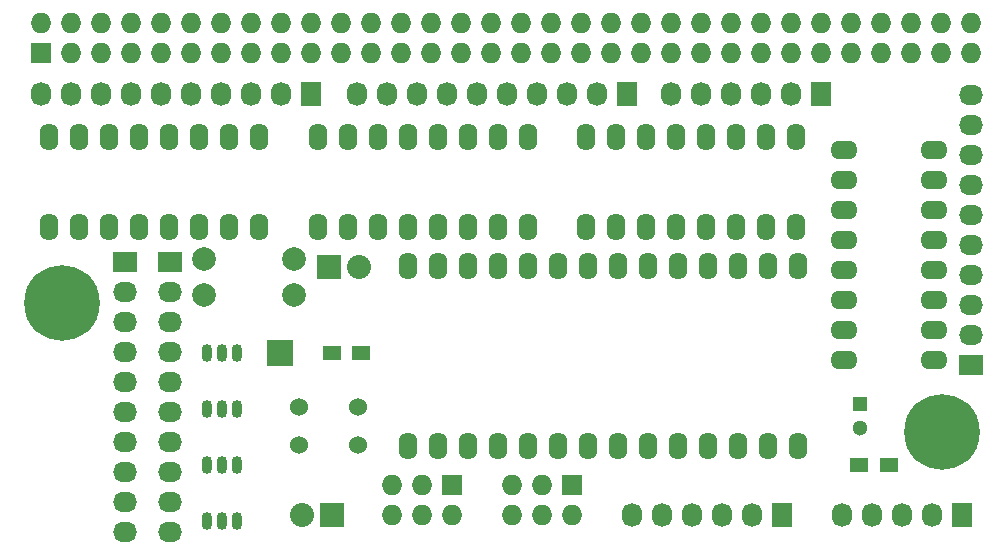
<source format=gts>
G04 #@! TF.FileFunction,Soldermask,Top*
%FSLAX46Y46*%
G04 Gerber Fmt 4.6, Leading zero omitted, Abs format (unit mm)*
G04 Created by KiCad (PCBNEW 4.0.4-stable) date 12/11/16 18:51:07*
%MOMM*%
%LPD*%
G01*
G04 APERTURE LIST*
%ADD10C,0.100000*%
%ADD11O,1.600000X2.300000*%
%ADD12R,1.727200X1.727200*%
%ADD13O,1.727200X1.727200*%
%ADD14R,2.032000X2.032000*%
%ADD15O,2.032000X2.032000*%
%ADD16R,1.727200X2.032000*%
%ADD17O,1.727200X2.032000*%
%ADD18R,2.235200X2.235200*%
%ADD19O,0.899160X1.501140*%
%ADD20R,2.032000X1.727200*%
%ADD21O,2.032000X1.727200*%
%ADD22O,2.300000X1.600000*%
%ADD23R,1.300000X1.300000*%
%ADD24C,1.300000*%
%ADD25C,1.524000*%
%ADD26C,1.998980*%
%ADD27C,6.400000*%
%ADD28R,1.500000X1.250000*%
G04 APERTURE END LIST*
D10*
D11*
X210700000Y-134900000D03*
X213240000Y-134900000D03*
X215780000Y-134900000D03*
X218320000Y-134900000D03*
X220860000Y-134900000D03*
X223400000Y-134900000D03*
X225940000Y-134900000D03*
X228480000Y-134900000D03*
X231020000Y-134900000D03*
X233560000Y-134900000D03*
X236100000Y-134900000D03*
X238640000Y-134900000D03*
X241180000Y-134900000D03*
X243720000Y-134900000D03*
X243720000Y-119660000D03*
X241180000Y-119660000D03*
X238640000Y-119660000D03*
X236100000Y-119660000D03*
X233560000Y-119660000D03*
X231020000Y-119660000D03*
X228480000Y-119660000D03*
X225940000Y-119660000D03*
X223400000Y-119660000D03*
X220860000Y-119660000D03*
X218320000Y-119660000D03*
X215780000Y-119660000D03*
X213240000Y-119660000D03*
X210700000Y-119660000D03*
D12*
X179600000Y-101600000D03*
D13*
X179600000Y-99060000D03*
X182140000Y-101600000D03*
X182140000Y-99060000D03*
X184680000Y-101600000D03*
X184680000Y-99060000D03*
X187220000Y-101600000D03*
X187220000Y-99060000D03*
X189760000Y-101600000D03*
X189760000Y-99060000D03*
X192300000Y-101600000D03*
X192300000Y-99060000D03*
X194840000Y-101600000D03*
X194840000Y-99060000D03*
X197380000Y-101600000D03*
X197380000Y-99060000D03*
X199920000Y-101600000D03*
X199920000Y-99060000D03*
X202460000Y-101600000D03*
X202460000Y-99060000D03*
X205000000Y-101600000D03*
X205000000Y-99060000D03*
X207540000Y-101600000D03*
X207540000Y-99060000D03*
X210080000Y-101600000D03*
X210080000Y-99060000D03*
X212620000Y-101600000D03*
X212620000Y-99060000D03*
X215160000Y-101600000D03*
X215160000Y-99060000D03*
X217700000Y-101600000D03*
X217700000Y-99060000D03*
X220240000Y-101600000D03*
X220240000Y-99060000D03*
X222780000Y-101600000D03*
X222780000Y-99060000D03*
X225320000Y-101600000D03*
X225320000Y-99060000D03*
X227860000Y-101600000D03*
X227860000Y-99060000D03*
X230400000Y-101600000D03*
X230400000Y-99060000D03*
X232940000Y-101600000D03*
X232940000Y-99060000D03*
X235480000Y-101600000D03*
X235480000Y-99060000D03*
X238020000Y-101600000D03*
X238020000Y-99060000D03*
X240560000Y-101600000D03*
X240560000Y-99060000D03*
X243100000Y-101600000D03*
X243100000Y-99060000D03*
X245640000Y-101600000D03*
X245640000Y-99060000D03*
X248180000Y-101600000D03*
X248180000Y-99060000D03*
X250720000Y-101600000D03*
X250720000Y-99060000D03*
X253260000Y-101600000D03*
X253260000Y-99060000D03*
X255800000Y-101600000D03*
X255800000Y-99060000D03*
X258340000Y-101600000D03*
X258340000Y-99060000D03*
D14*
X204216000Y-140716000D03*
D15*
X201676000Y-140716000D03*
D16*
X242316000Y-140716000D03*
D17*
X239776000Y-140716000D03*
X237236000Y-140716000D03*
X234696000Y-140716000D03*
X232156000Y-140716000D03*
X229616000Y-140716000D03*
D12*
X214400000Y-138200000D03*
D13*
X214400000Y-140740000D03*
X211860000Y-138200000D03*
X211860000Y-140740000D03*
X209320000Y-138200000D03*
X209320000Y-140740000D03*
D18*
X199850000Y-126950000D03*
D12*
X224536000Y-138176000D03*
D13*
X224536000Y-140716000D03*
X221996000Y-138176000D03*
X221996000Y-140716000D03*
X219456000Y-138176000D03*
X219456000Y-140716000D03*
D16*
X257556000Y-140716000D03*
D17*
X255016000Y-140716000D03*
X252476000Y-140716000D03*
X249936000Y-140716000D03*
X247396000Y-140716000D03*
D19*
X194980000Y-127000000D03*
X193710000Y-127000000D03*
X196250000Y-127000000D03*
X194980000Y-131750000D03*
X193710000Y-131750000D03*
X196250000Y-131750000D03*
X194980000Y-136500000D03*
X193710000Y-136500000D03*
X196250000Y-136500000D03*
X194980000Y-141250000D03*
X193710000Y-141250000D03*
X196250000Y-141250000D03*
D16*
X229250000Y-105080000D03*
D17*
X226710000Y-105080000D03*
X224170000Y-105080000D03*
X221630000Y-105080000D03*
X219090000Y-105080000D03*
X216550000Y-105080000D03*
X214010000Y-105080000D03*
X211470000Y-105080000D03*
X208930000Y-105080000D03*
X206390000Y-105080000D03*
D16*
X202500000Y-105100000D03*
D17*
X199960000Y-105100000D03*
X197420000Y-105100000D03*
X194880000Y-105100000D03*
X192340000Y-105100000D03*
X189800000Y-105100000D03*
X187260000Y-105100000D03*
X184720000Y-105100000D03*
X182180000Y-105100000D03*
X179640000Y-105100000D03*
D20*
X258400000Y-128000000D03*
D21*
X258400000Y-125460000D03*
X258400000Y-122920000D03*
X258400000Y-120380000D03*
X258400000Y-117840000D03*
X258400000Y-115300000D03*
X258400000Y-112760000D03*
X258400000Y-110220000D03*
X258400000Y-107680000D03*
X258400000Y-105140000D03*
D16*
X245700000Y-105080000D03*
D17*
X243160000Y-105080000D03*
X240620000Y-105080000D03*
X238080000Y-105080000D03*
X235540000Y-105080000D03*
X233000000Y-105080000D03*
D11*
X203100000Y-116300000D03*
X205640000Y-116300000D03*
X208180000Y-116300000D03*
X210720000Y-116300000D03*
X213260000Y-116300000D03*
X215800000Y-116300000D03*
X218340000Y-116300000D03*
X220880000Y-116300000D03*
X220880000Y-108680000D03*
X218340000Y-108680000D03*
X215800000Y-108680000D03*
X213260000Y-108680000D03*
X210720000Y-108680000D03*
X208180000Y-108680000D03*
X205640000Y-108680000D03*
X203100000Y-108680000D03*
X180300000Y-116300000D03*
X182840000Y-116300000D03*
X185380000Y-116300000D03*
X187920000Y-116300000D03*
X190460000Y-116300000D03*
X193000000Y-116300000D03*
X195540000Y-116300000D03*
X198080000Y-116300000D03*
X198080000Y-108680000D03*
X195540000Y-108680000D03*
X193000000Y-108680000D03*
X190460000Y-108680000D03*
X187920000Y-108680000D03*
X185380000Y-108680000D03*
X182840000Y-108680000D03*
X180300000Y-108680000D03*
X225800000Y-116300000D03*
X228340000Y-116300000D03*
X230880000Y-116300000D03*
X233420000Y-116300000D03*
X235960000Y-116300000D03*
X238500000Y-116300000D03*
X241040000Y-116300000D03*
X243580000Y-116300000D03*
X243580000Y-108680000D03*
X241040000Y-108680000D03*
X238500000Y-108680000D03*
X235960000Y-108680000D03*
X233420000Y-108680000D03*
X230880000Y-108680000D03*
X228340000Y-108680000D03*
X225800000Y-108680000D03*
D22*
X247600000Y-109800000D03*
X247600000Y-112340000D03*
X247600000Y-114880000D03*
X247600000Y-117420000D03*
X247600000Y-119960000D03*
X247600000Y-122500000D03*
X247600000Y-125040000D03*
X247600000Y-127580000D03*
X255220000Y-127580000D03*
X255220000Y-125040000D03*
X255220000Y-122500000D03*
X255220000Y-119960000D03*
X255220000Y-117420000D03*
X255220000Y-114880000D03*
X255220000Y-112340000D03*
X255220000Y-109800000D03*
D23*
X248950000Y-131325000D03*
D24*
X248950000Y-133325000D03*
D25*
X206500000Y-134750000D03*
X201500000Y-134750000D03*
X201500000Y-131600000D03*
X206500000Y-131600000D03*
D26*
X201000000Y-119000000D03*
X193380000Y-119000000D03*
D20*
X186750000Y-119250000D03*
D21*
X186750000Y-121790000D03*
X186750000Y-124330000D03*
X186750000Y-126870000D03*
X186750000Y-129410000D03*
X186750000Y-131950000D03*
X186750000Y-134490000D03*
X186750000Y-137030000D03*
X186750000Y-139570000D03*
X186750000Y-142110000D03*
D20*
X190500000Y-119250000D03*
D21*
X190500000Y-121790000D03*
X190500000Y-124330000D03*
X190500000Y-126870000D03*
X190500000Y-129410000D03*
X190500000Y-131950000D03*
X190500000Y-134490000D03*
X190500000Y-137030000D03*
X190500000Y-139570000D03*
X190500000Y-142110000D03*
D27*
X181380000Y-122720000D03*
X255870000Y-133720000D03*
D14*
X204000000Y-119750000D03*
D15*
X206540000Y-119750000D03*
D28*
X248875000Y-136450000D03*
X251375000Y-136450000D03*
D26*
X201000000Y-122100000D03*
X193380000Y-122100000D03*
D28*
X206750000Y-127000000D03*
X204250000Y-127000000D03*
M02*

</source>
